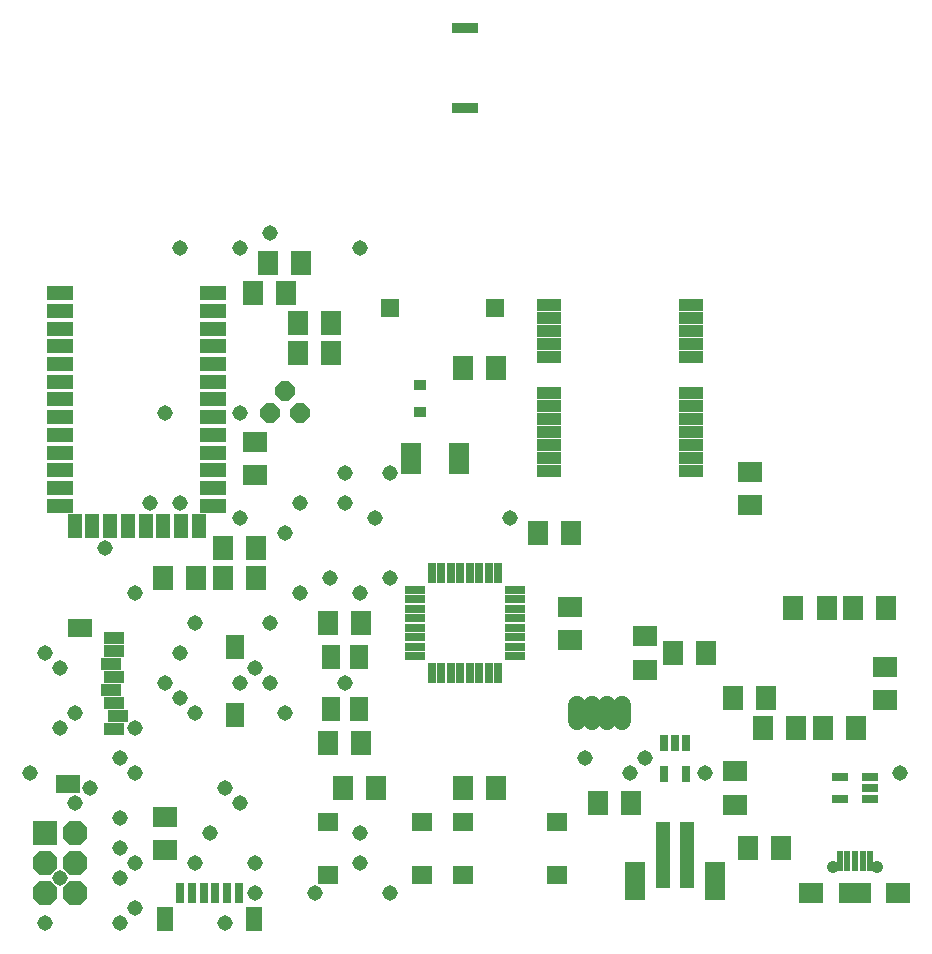
<source format=gts>
G75*
%MOIN*%
%OFA0B0*%
%FSLAX25Y25*%
%IPPOS*%
%LPD*%
%AMOC8*
5,1,8,0,0,1.08239X$1,22.5*
%
%ADD10R,0.07099X0.12611*%
%ADD11R,0.04737X0.22454*%
%ADD12R,0.06800X0.02600*%
%ADD13R,0.08674X0.03753*%
%ADD14R,0.02375X0.06509*%
%ADD15C,0.04146*%
%ADD16R,0.07874X0.06693*%
%ADD17R,0.10630X0.06693*%
%ADD18R,0.06902X0.05918*%
%ADD19OC8,0.06400*%
%ADD20R,0.07887X0.03950*%
%ADD21R,0.05956X0.05956*%
%ADD22R,0.06312X0.07887*%
%ADD23R,0.08280X0.06312*%
%ADD24R,0.06706X0.03950*%
%ADD25R,0.08674X0.04737*%
%ADD26R,0.04737X0.07887*%
%ADD27R,0.05524X0.02965*%
%ADD28R,0.02965X0.05524*%
%ADD29R,0.08200X0.08200*%
%ADD30OC8,0.08200*%
%ADD31R,0.07887X0.07099*%
%ADD32R,0.07099X0.07887*%
%ADD33R,0.04068X0.03280*%
%ADD34R,0.07898X0.07099*%
%ADD35R,0.07099X0.07898*%
%ADD36C,0.05956*%
%ADD37R,0.06600X0.02800*%
%ADD38R,0.02800X0.06600*%
%ADD39R,0.06312X0.08280*%
%ADD40R,0.03162X0.06902*%
%ADD41R,0.05524X0.07887*%
%ADD42C,0.05162*%
D10*
X0214510Y0049321D03*
X0241282Y0049321D03*
D11*
X0231833Y0058258D03*
X0223959Y0058258D03*
D12*
X0155896Y0186584D03*
X0155896Y0189084D03*
X0155896Y0191684D03*
X0155896Y0194184D03*
X0139896Y0194184D03*
X0139896Y0191684D03*
X0139896Y0189084D03*
X0139896Y0186584D03*
D13*
X0157896Y0306998D03*
X0157896Y0333770D03*
D14*
X0282778Y0056112D03*
X0285337Y0056112D03*
X0287896Y0056112D03*
X0290455Y0056112D03*
X0293014Y0056112D03*
D15*
X0295376Y0054045D03*
X0280416Y0054045D03*
D16*
X0273392Y0045384D03*
X0302400Y0045384D03*
D17*
X0287896Y0045384D03*
D18*
X0188546Y0051526D03*
X0188546Y0069242D03*
X0157246Y0069242D03*
X0143546Y0069242D03*
X0143546Y0051526D03*
X0157246Y0051526D03*
X0112246Y0051526D03*
X0112246Y0069242D03*
D19*
X0102896Y0205384D03*
X0097896Y0212884D03*
X0092896Y0205384D03*
D20*
X0185849Y0203573D03*
X0185849Y0199242D03*
X0185849Y0194911D03*
X0185849Y0190581D03*
X0185849Y0186250D03*
X0185849Y0207904D03*
X0185849Y0212234D03*
X0185849Y0224045D03*
X0185849Y0228376D03*
X0185849Y0232707D03*
X0185849Y0237037D03*
X0185849Y0241368D03*
X0233093Y0241368D03*
X0233093Y0237037D03*
X0233093Y0232707D03*
X0233093Y0228376D03*
X0233093Y0224045D03*
X0233093Y0212234D03*
X0233093Y0207904D03*
X0233093Y0203573D03*
X0233093Y0199242D03*
X0233093Y0194911D03*
X0233093Y0190581D03*
X0233093Y0186250D03*
D21*
X0167896Y0240384D03*
X0132896Y0240384D03*
D22*
X0081321Y0127313D03*
X0081321Y0104872D03*
D23*
X0029550Y0133612D03*
X0025613Y0081841D03*
D24*
X0040770Y0100187D03*
X0042345Y0104518D03*
X0040770Y0108848D03*
X0039983Y0113179D03*
X0040770Y0117510D03*
X0039983Y0121841D03*
X0040770Y0126171D03*
X0040770Y0130502D03*
D25*
X0022896Y0174518D03*
X0022896Y0180423D03*
X0022896Y0186329D03*
X0022896Y0192234D03*
X0022896Y0198140D03*
X0022896Y0204045D03*
X0022896Y0209951D03*
X0022896Y0215856D03*
X0022896Y0221762D03*
X0022896Y0227667D03*
X0022896Y0233573D03*
X0022896Y0239478D03*
X0022896Y0245384D03*
X0074077Y0245384D03*
X0074077Y0239478D03*
X0074077Y0233573D03*
X0074077Y0227667D03*
X0074077Y0221762D03*
X0074077Y0215856D03*
X0074077Y0209951D03*
X0074077Y0204045D03*
X0074077Y0198140D03*
X0074077Y0192234D03*
X0074077Y0186329D03*
X0074077Y0180423D03*
X0074077Y0174518D03*
D26*
X0069156Y0167628D03*
X0063250Y0167628D03*
X0057345Y0167628D03*
X0051439Y0167628D03*
X0045534Y0167628D03*
X0039628Y0167628D03*
X0033723Y0167628D03*
X0027817Y0167628D03*
D27*
X0282778Y0084124D03*
X0282778Y0076644D03*
X0293015Y0076644D03*
X0293015Y0080384D03*
X0293015Y0084124D03*
D28*
X0231636Y0085265D03*
X0224156Y0085265D03*
X0224156Y0095502D03*
X0227896Y0095502D03*
X0231636Y0095502D03*
D29*
X0017896Y0065384D03*
D30*
X0027896Y0065384D03*
X0027896Y0055384D03*
X0017896Y0055384D03*
X0017896Y0045384D03*
X0027896Y0045384D03*
D31*
X0057896Y0059872D03*
X0057896Y0070896D03*
X0087896Y0184872D03*
X0087896Y0195896D03*
X0192896Y0140896D03*
X0192896Y0129872D03*
X0252896Y0174872D03*
X0252896Y0185896D03*
X0297896Y0120896D03*
X0297896Y0109872D03*
D32*
X0288408Y0100384D03*
X0277384Y0100384D03*
X0268408Y0100384D03*
X0257384Y0100384D03*
X0258408Y0110384D03*
X0247384Y0110384D03*
X0238408Y0125384D03*
X0227384Y0125384D03*
X0193408Y0165384D03*
X0182384Y0165384D03*
X0168408Y0220384D03*
X0157384Y0220384D03*
X0113408Y0225384D03*
X0113408Y0235384D03*
X0102384Y0235384D03*
X0102384Y0225384D03*
X0098408Y0245384D03*
X0087384Y0245384D03*
X0092384Y0255384D03*
X0103408Y0255384D03*
X0088408Y0160384D03*
X0088408Y0150384D03*
X0077384Y0150384D03*
X0068408Y0150384D03*
X0077384Y0160384D03*
X0057384Y0150384D03*
X0112384Y0135384D03*
X0123408Y0135384D03*
X0123408Y0095384D03*
X0112384Y0095384D03*
X0117384Y0080384D03*
X0128408Y0080384D03*
X0157384Y0080384D03*
X0168408Y0080384D03*
X0202384Y0075384D03*
X0213408Y0075384D03*
X0252384Y0060384D03*
X0263408Y0060384D03*
X0287384Y0140384D03*
X0298408Y0140384D03*
D33*
X0142896Y0205856D03*
X0142896Y0214911D03*
D34*
X0217896Y0130982D03*
X0217896Y0119785D03*
X0247896Y0085982D03*
X0247896Y0074785D03*
D35*
X0267298Y0140384D03*
X0278494Y0140384D03*
D36*
X0210396Y0107962D02*
X0210396Y0102806D01*
X0205396Y0102806D02*
X0205396Y0107962D01*
X0200396Y0107962D02*
X0200396Y0102806D01*
X0195396Y0102806D02*
X0195396Y0107962D01*
D37*
X0174596Y0124384D03*
X0174596Y0127484D03*
X0174596Y0130684D03*
X0174596Y0133784D03*
X0174596Y0136984D03*
X0174596Y0140084D03*
X0174596Y0143284D03*
X0174596Y0146384D03*
X0141196Y0146384D03*
X0141196Y0143284D03*
X0141196Y0140084D03*
X0141196Y0136984D03*
X0141196Y0133784D03*
X0141196Y0130684D03*
X0141196Y0127484D03*
X0141196Y0124384D03*
D38*
X0146896Y0118684D03*
X0149996Y0118684D03*
X0153196Y0118684D03*
X0156296Y0118684D03*
X0159496Y0118684D03*
X0162596Y0118684D03*
X0165796Y0118684D03*
X0168896Y0118684D03*
X0168896Y0152084D03*
X0165796Y0152084D03*
X0162596Y0152084D03*
X0159496Y0152084D03*
X0156296Y0152084D03*
X0153196Y0152084D03*
X0149996Y0152084D03*
X0146896Y0152084D03*
D39*
X0122620Y0124045D03*
X0113172Y0124045D03*
X0113172Y0106722D03*
X0122620Y0106722D03*
D40*
X0082581Y0045384D03*
X0078644Y0045384D03*
X0074707Y0045384D03*
X0070770Y0045384D03*
X0066833Y0045384D03*
X0062896Y0045384D03*
D41*
X0057778Y0036624D03*
X0087699Y0036624D03*
D42*
X0017896Y0035384D03*
X0022896Y0050384D03*
X0042896Y0050384D03*
X0047896Y0055384D03*
X0042896Y0060384D03*
X0042896Y0070384D03*
X0032896Y0080384D03*
X0027896Y0075384D03*
X0012896Y0085384D03*
X0022896Y0100384D03*
X0027896Y0105384D03*
X0022896Y0120384D03*
X0017896Y0125384D03*
X0047896Y0145384D03*
X0037896Y0160384D03*
X0052896Y0175384D03*
X0062896Y0175384D03*
X0082896Y0170384D03*
X0097896Y0165384D03*
X0102896Y0175384D03*
X0117896Y0175384D03*
X0117896Y0185384D03*
X0127896Y0170384D03*
X0132896Y0185384D03*
X0132896Y0150384D03*
X0122896Y0145384D03*
X0112896Y0150384D03*
X0102896Y0145384D03*
X0092896Y0135384D03*
X0087896Y0120384D03*
X0082896Y0115384D03*
X0092896Y0115384D03*
X0097896Y0105384D03*
X0117896Y0115384D03*
X0082896Y0075384D03*
X0077896Y0080384D03*
X0072896Y0065384D03*
X0067896Y0055384D03*
X0077896Y0035384D03*
X0087896Y0045384D03*
X0087896Y0055384D03*
X0107896Y0045384D03*
X0122896Y0055384D03*
X0122896Y0065384D03*
X0132896Y0045384D03*
X0197896Y0090384D03*
X0212896Y0085384D03*
X0217896Y0090384D03*
X0237896Y0085384D03*
X0302896Y0085384D03*
X0172896Y0170384D03*
X0122896Y0260384D03*
X0092896Y0265384D03*
X0082896Y0260384D03*
X0062896Y0260384D03*
X0057896Y0205384D03*
X0082896Y0205384D03*
X0067896Y0135384D03*
X0062896Y0125384D03*
X0057896Y0115384D03*
X0062896Y0110384D03*
X0067896Y0105384D03*
X0047896Y0100384D03*
X0042896Y0090384D03*
X0047896Y0085384D03*
X0047896Y0040384D03*
X0042896Y0035384D03*
M02*

</source>
